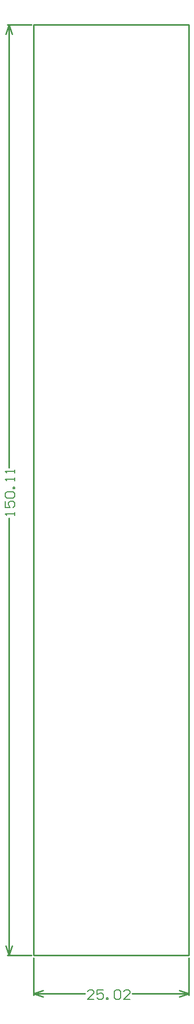
<source format=gm1>
%FSLAX43Y43*%
%MOMM*%
G71*
G01*
G75*
G04 Layer_Color=16711935*
%ADD10R,0.950X1.400*%
%ADD11R,1.600X2.100*%
%ADD12R,1.400X0.950*%
%ADD13R,2.250X1.800*%
%ADD14R,1.050X1.400*%
%ADD15R,2.100X1.600*%
%ADD16R,1.800X2.250*%
%ADD17R,1.800X2.250*%
%ADD18R,1.400X1.050*%
%ADD19R,1.050X3.300*%
%ADD20R,0.600X1.550*%
%ADD21R,10.600X9.000*%
%ADD22R,1.050X2.950*%
%ADD23R,3.300X1.050*%
%ADD24O,2.000X0.600*%
%ADD25R,0.900X1.400*%
%ADD26C,0.500*%
%ADD27C,1.500*%
%ADD28C,0.400*%
%ADD29C,0.800*%
%ADD30C,1.600*%
%ADD31C,1.200*%
%ADD32C,0.700*%
%ADD33C,1.000*%
%ADD34C,0.600*%
%ADD35C,0.300*%
%ADD36C,2.000*%
%ADD37C,3.000*%
%ADD38C,1.800*%
%ADD39R,5.000X8.175*%
%ADD40C,0.254*%
%ADD41C,0.152*%
%ADD42C,1.524*%
%ADD43R,1.524X1.524*%
%ADD44R,1.524X1.524*%
%ADD45C,2.032*%
%ADD46C,1.200*%
%ADD47O,1.600X2.300*%
%ADD48R,3.064X3.064*%
%ADD49C,0.250*%
%ADD50C,0.200*%
%ADD51C,0.305*%
%ADD52R,1.153X1.603*%
%ADD53R,1.803X2.303*%
%ADD54R,1.603X1.153*%
%ADD55R,2.453X2.003*%
%ADD56R,1.253X1.603*%
%ADD57R,2.303X1.803*%
%ADD58R,2.003X2.453*%
%ADD59R,2.003X2.453*%
%ADD60R,1.603X1.253*%
%ADD61R,1.253X3.503*%
%ADD62R,0.803X1.753*%
%ADD63R,10.803X9.203*%
%ADD64R,1.253X3.153*%
%ADD65R,3.503X1.253*%
%ADD66O,2.203X0.803*%
%ADD67R,1.103X1.603*%
%ADD68C,1.727*%
%ADD69R,1.727X1.727*%
%ADD70R,1.727X1.727*%
%ADD71C,2.235*%
%ADD72C,1.403*%
%ADD73O,1.803X2.503*%
%ADD74R,3.267X3.267*%
D40*
X-4254Y0D02*
X-381D01*
X-4254Y150114D02*
X-381D01*
X-4000Y0D02*
Y70562D01*
Y78739D02*
Y150114D01*
Y0D02*
X-3492Y1524D01*
X-4508D02*
X-4000Y0D01*
X-4508Y148590D02*
X-4000Y150114D01*
X-3492Y148590D01*
X25019Y-6379D02*
Y-381D01*
X0Y-6379D02*
Y-381D01*
X15937Y-6125D02*
X25019D01*
X0D02*
X8269D01*
X23495Y-5617D02*
X25019Y-6125D01*
X23495Y-6633D02*
X25019Y-6125D01*
X0D02*
X1524Y-6633D01*
X0Y-6125D02*
X1524Y-5617D01*
X0Y0D02*
X25019D01*
Y150114D01*
X0D02*
X25019D01*
X0Y0D02*
Y150114D01*
X-4254Y0D02*
X-381D01*
X-4254Y150114D02*
X-381D01*
X-4000Y0D02*
Y70562D01*
Y78739D02*
Y150114D01*
Y0D02*
X-3492Y1524D01*
X-4508D02*
X-4000Y0D01*
X-4508Y148590D02*
X-4000Y150114D01*
X-3492Y148590D01*
X25019Y-6379D02*
Y-381D01*
X0Y-6379D02*
Y-381D01*
X15937Y-6125D02*
X25019D01*
X0D02*
X8269D01*
X23495Y-5617D02*
X25019Y-6125D01*
X23495Y-6633D02*
X25019Y-6125D01*
X0D02*
X1524Y-6633D01*
X0Y-6125D02*
X1524Y-5617D01*
X0Y0D02*
X25019D01*
Y150114D01*
X0D02*
X25019D01*
X0Y0D02*
Y150114D01*
D41*
X-3086Y70969D02*
Y71477D01*
Y71223D01*
X-4609D01*
X-4355Y70969D01*
X-4609Y73254D02*
Y72238D01*
X-3848D01*
X-4102Y72746D01*
Y73000D01*
X-3848Y73254D01*
X-3340D01*
X-3086Y73000D01*
Y72492D01*
X-3340Y72238D01*
X-4355Y73762D02*
X-4609Y74016D01*
Y74524D01*
X-4355Y74778D01*
X-3340D01*
X-3086Y74524D01*
Y74016D01*
X-3340Y73762D01*
X-4355D01*
X-3086Y75285D02*
X-3340D01*
Y75539D01*
X-3086D01*
Y75285D01*
Y76555D02*
Y77063D01*
Y76809D01*
X-4609D01*
X-4355Y76555D01*
X-3086Y77825D02*
Y78332D01*
Y78078D01*
X-4609D01*
X-4355Y77825D01*
X9691Y-7039D02*
X8675D01*
X9691Y-6023D01*
Y-5770D01*
X9437Y-5516D01*
X8929D01*
X8675Y-5770D01*
X11214Y-5516D02*
X10199D01*
Y-6277D01*
X10707Y-6023D01*
X10960D01*
X11214Y-6277D01*
Y-6785D01*
X10960Y-7039D01*
X10453D01*
X10199Y-6785D01*
X11722Y-7039D02*
Y-6785D01*
X11976D01*
Y-7039D01*
X11722D01*
X12992Y-5770D02*
X13246Y-5516D01*
X13754D01*
X14007Y-5770D01*
Y-6785D01*
X13754Y-7039D01*
X13246D01*
X12992Y-6785D01*
Y-5770D01*
X15531Y-7039D02*
X14515D01*
X15531Y-6023D01*
Y-5770D01*
X15277Y-5516D01*
X14769D01*
X14515Y-5770D01*
X-3086Y70969D02*
Y71477D01*
Y71223D01*
X-4609D01*
X-4355Y70969D01*
X-4609Y73254D02*
Y72238D01*
X-3848D01*
X-4102Y72746D01*
Y73000D01*
X-3848Y73254D01*
X-3340D01*
X-3086Y73000D01*
Y72492D01*
X-3340Y72238D01*
X-4355Y73762D02*
X-4609Y74016D01*
Y74524D01*
X-4355Y74778D01*
X-3340D01*
X-3086Y74524D01*
Y74016D01*
X-3340Y73762D01*
X-4355D01*
X-3086Y75285D02*
X-3340D01*
Y75539D01*
X-3086D01*
Y75285D01*
Y76555D02*
Y77063D01*
Y76809D01*
X-4609D01*
X-4355Y76555D01*
X-3086Y77825D02*
Y78332D01*
Y78078D01*
X-4609D01*
X-4355Y77825D01*
X9691Y-7039D02*
X8675D01*
X9691Y-6023D01*
Y-5770D01*
X9437Y-5516D01*
X8929D01*
X8675Y-5770D01*
X11214Y-5516D02*
X10199D01*
Y-6277D01*
X10707Y-6023D01*
X10960D01*
X11214Y-6277D01*
Y-6785D01*
X10960Y-7039D01*
X10453D01*
X10199Y-6785D01*
X11722Y-7039D02*
Y-6785D01*
X11976D01*
Y-7039D01*
X11722D01*
X12992Y-5770D02*
X13246Y-5516D01*
X13754D01*
X14007Y-5770D01*
Y-6785D01*
X13754Y-7039D01*
X13246D01*
X12992Y-6785D01*
Y-5770D01*
X15531Y-7039D02*
X14515D01*
X15531Y-6023D01*
Y-5770D01*
X15277Y-5516D01*
X14769D01*
X14515Y-5770D01*
M02*

</source>
